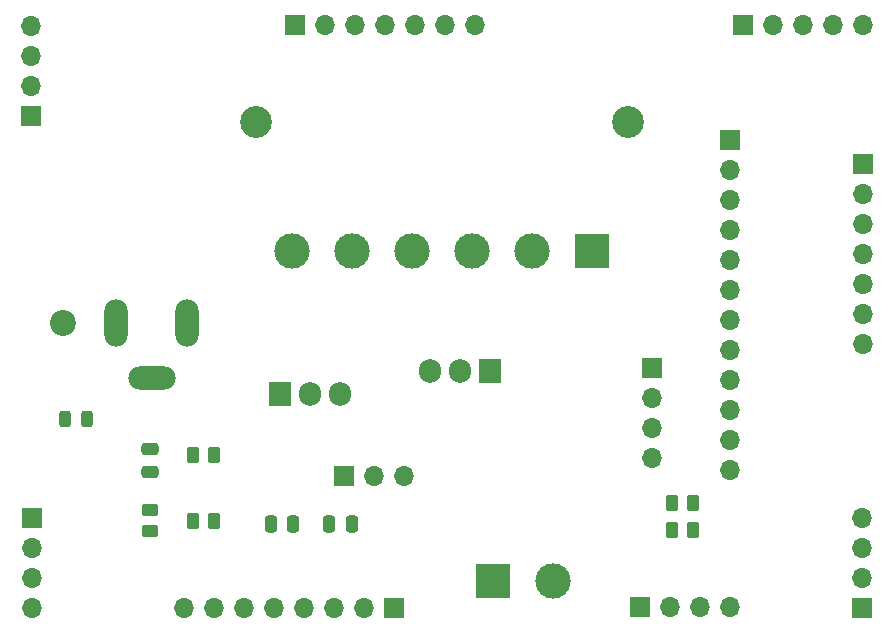
<source format=gts>
%TF.GenerationSoftware,KiCad,Pcbnew,(6.0.0)*%
%TF.CreationDate,2022-06-14T20:33:02+03:00*%
%TF.ProjectId,breadboard_power_supply,62726561-6462-46f6-9172-645f706f7765,rev?*%
%TF.SameCoordinates,Original*%
%TF.FileFunction,Soldermask,Top*%
%TF.FilePolarity,Negative*%
%FSLAX46Y46*%
G04 Gerber Fmt 4.6, Leading zero omitted, Abs format (unit mm)*
G04 Created by KiCad (PCBNEW (6.0.0)) date 2022-06-14 20:33:02*
%MOMM*%
%LPD*%
G01*
G04 APERTURE LIST*
G04 Aperture macros list*
%AMRoundRect*
0 Rectangle with rounded corners*
0 $1 Rounding radius*
0 $2 $3 $4 $5 $6 $7 $8 $9 X,Y pos of 4 corners*
0 Add a 4 corners polygon primitive as box body*
4,1,4,$2,$3,$4,$5,$6,$7,$8,$9,$2,$3,0*
0 Add four circle primitives for the rounded corners*
1,1,$1+$1,$2,$3*
1,1,$1+$1,$4,$5*
1,1,$1+$1,$6,$7*
1,1,$1+$1,$8,$9*
0 Add four rect primitives between the rounded corners*
20,1,$1+$1,$2,$3,$4,$5,0*
20,1,$1+$1,$4,$5,$6,$7,0*
20,1,$1+$1,$6,$7,$8,$9,0*
20,1,$1+$1,$8,$9,$2,$3,0*%
G04 Aperture macros list end*
%ADD10R,1.700000X1.700000*%
%ADD11O,1.700000X1.700000*%
%ADD12RoundRect,0.250000X0.475000X-0.250000X0.475000X0.250000X-0.475000X0.250000X-0.475000X-0.250000X0*%
%ADD13R,3.000000X3.000000*%
%ADD14C,3.000000*%
%ADD15RoundRect,0.250000X-0.262500X-0.450000X0.262500X-0.450000X0.262500X0.450000X-0.262500X0.450000X0*%
%ADD16RoundRect,0.250000X-0.250000X-0.475000X0.250000X-0.475000X0.250000X0.475000X-0.250000X0.475000X0*%
%ADD17RoundRect,0.250000X0.262500X0.450000X-0.262500X0.450000X-0.262500X-0.450000X0.262500X-0.450000X0*%
%ADD18C,2.700000*%
%ADD19RoundRect,0.243750X-0.243750X-0.456250X0.243750X-0.456250X0.243750X0.456250X-0.243750X0.456250X0*%
%ADD20R,1.905000X2.000000*%
%ADD21O,1.905000X2.000000*%
%ADD22RoundRect,0.250000X0.450000X-0.262500X0.450000X0.262500X-0.450000X0.262500X-0.450000X-0.262500X0*%
%ADD23C,2.200000*%
%ADD24O,2.000000X4.000000*%
%ADD25O,4.000000X2.000000*%
G04 APERTURE END LIST*
D10*
%TO.C,J14*%
X31597600Y-78079600D03*
D11*
X31597600Y-75539600D03*
X31597600Y-72999600D03*
X31597600Y-70459600D03*
%TD*%
D12*
%TO.C,C1*%
X41654100Y-108239600D03*
X41654100Y-106339600D03*
%TD*%
D10*
%TO.C,J5*%
X83169600Y-119710600D03*
D11*
X85709600Y-119710600D03*
X88249600Y-119710600D03*
X90789600Y-119710600D03*
%TD*%
D13*
%TO.C,J7*%
X70713600Y-117449600D03*
D14*
X75793600Y-117449600D03*
%TD*%
D10*
%TO.C,J3*%
X62316600Y-119760600D03*
D11*
X59776600Y-119760600D03*
X57236600Y-119760600D03*
X54696600Y-119760600D03*
X52156600Y-119760600D03*
X49616600Y-119760600D03*
X47076600Y-119760600D03*
X44536600Y-119760600D03*
%TD*%
D15*
%TO.C,R1*%
X45266600Y-106781600D03*
X47091600Y-106781600D03*
%TD*%
D16*
%TO.C,C2*%
X56809600Y-112623600D03*
X58709600Y-112623600D03*
%TD*%
D17*
%TO.C,R5*%
X87628100Y-110845600D03*
X85803100Y-110845600D03*
%TD*%
D18*
%TO.C,H2*%
X50647600Y-78587600D03*
%TD*%
D13*
%TO.C,J4*%
X79095600Y-89509600D03*
D14*
X74015600Y-89509600D03*
X68935600Y-89509600D03*
X63855600Y-89509600D03*
X58775600Y-89509600D03*
X53695600Y-89509600D03*
%TD*%
D10*
%TO.C,J9*%
X53949600Y-70434600D03*
D11*
X56489600Y-70434600D03*
X59029600Y-70434600D03*
X61569600Y-70434600D03*
X64109600Y-70434600D03*
X66649600Y-70434600D03*
X69189600Y-70434600D03*
%TD*%
D10*
%TO.C,J12*%
X101930600Y-119735600D03*
D11*
X101930600Y-117195600D03*
X101930600Y-114655600D03*
X101930600Y-112115600D03*
%TD*%
D10*
%TO.C,J11*%
X90779600Y-80106600D03*
D11*
X90779600Y-82646600D03*
X90779600Y-85186600D03*
X90779600Y-87726600D03*
X90779600Y-90266600D03*
X90779600Y-92806600D03*
X90779600Y-95346600D03*
X90779600Y-97886600D03*
X90779600Y-100426600D03*
X90779600Y-102966600D03*
X90779600Y-105506600D03*
X90779600Y-108046600D03*
%TD*%
D16*
%TO.C,C3*%
X51880100Y-112623600D03*
X53780100Y-112623600D03*
%TD*%
D19*
%TO.C,D1*%
X34470100Y-103733600D03*
X36345100Y-103733600D03*
%TD*%
D15*
%TO.C,R4*%
X85803100Y-113131600D03*
X87628100Y-113131600D03*
%TD*%
D20*
%TO.C,U1*%
X70459600Y-99669600D03*
D21*
X67919600Y-99669600D03*
X65379600Y-99669600D03*
%TD*%
D18*
%TO.C,H1*%
X82143600Y-78587600D03*
%TD*%
D10*
%TO.C,J13*%
X84175600Y-99425600D03*
D11*
X84175600Y-101965600D03*
X84175600Y-104505600D03*
X84175600Y-107045600D03*
%TD*%
D17*
%TO.C,R3*%
X47091600Y-112369600D03*
X45266600Y-112369600D03*
%TD*%
D22*
%TO.C,R2*%
X41654100Y-113282100D03*
X41654100Y-111457100D03*
%TD*%
D10*
%TO.C,J10*%
X31622600Y-112125600D03*
D11*
X31622600Y-114665600D03*
X31622600Y-117205600D03*
X31622600Y-119745600D03*
%TD*%
D10*
%TO.C,J6*%
X58028600Y-108559600D03*
D11*
X60568600Y-108559600D03*
X63108600Y-108559600D03*
%TD*%
D10*
%TO.C,J2*%
X101980600Y-82143600D03*
D11*
X101980600Y-84683600D03*
X101980600Y-87223600D03*
X101980600Y-89763600D03*
X101980600Y-92303600D03*
X101980600Y-94843600D03*
X101980600Y-97383600D03*
%TD*%
D20*
%TO.C,U2*%
X52679600Y-101630600D03*
D21*
X55219600Y-101630600D03*
X57759600Y-101630600D03*
%TD*%
D10*
%TO.C,J8*%
X91825600Y-70434600D03*
D11*
X94365600Y-70434600D03*
X96905600Y-70434600D03*
X99445600Y-70434600D03*
X101985600Y-70434600D03*
%TD*%
D23*
%TO.C,J1*%
X34305600Y-95605600D03*
D24*
X44805600Y-95605600D03*
X38805600Y-95605600D03*
D25*
X41805600Y-100305600D03*
%TD*%
M02*

</source>
